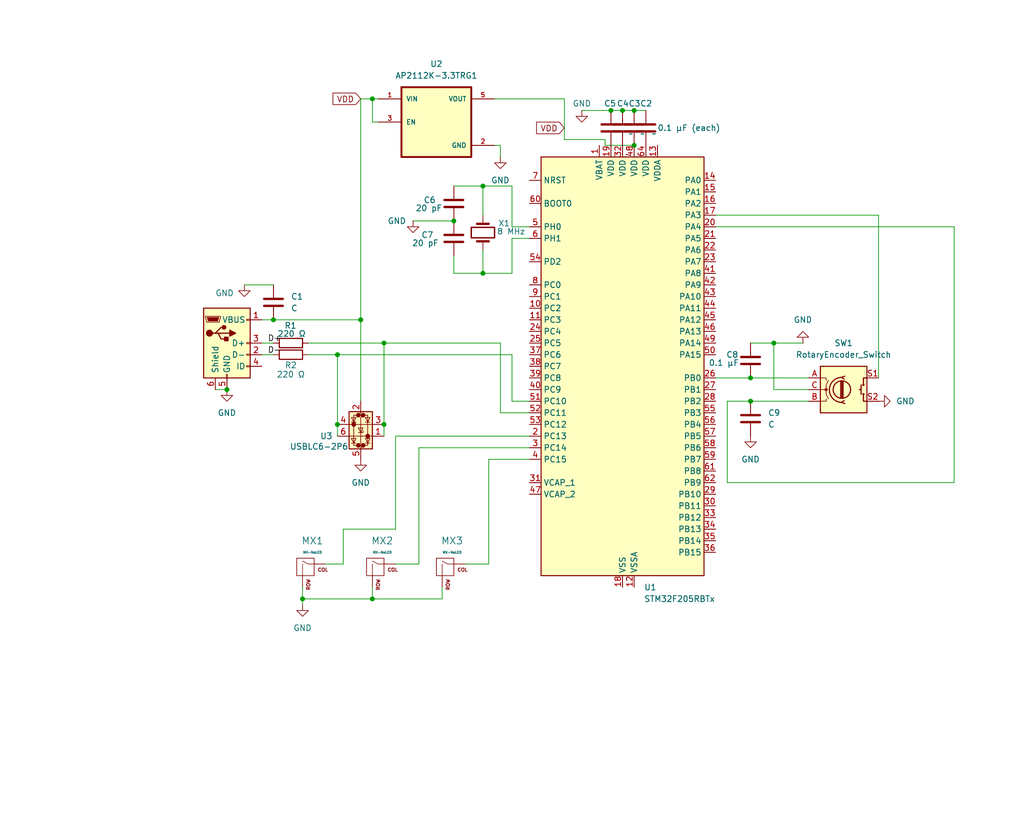
<source format=kicad_sch>
(kicad_sch (version 20250114) (generator "eeschema") (generator_version "9.0")
  (paper "User" 223.52 177.8)
  (title_block (title "3-key Macro Pad w/ Rotary Encoder") (date "2025-12-24") (rev "2"))
  (lib_symbols
    (symbol "AP2112K-3.3TRG1:AP2112K-3.3TRG1" (pin_names (offset 1.016)) (exclude_from_sim yes)
      (property "Reference" "U" (at -7.663 8.6476 0))
      (property "Value" "AP2112K-3.3TRG1" (at -7.6489 -11.6507 0))
      (symbol "AP2112K-3.3TRG1_0_0"
        (rectangle (start -7.62 -7.62) (end 7.62 7.62) (stroke (width 0.41)) (fill (type background)))
        (pin power_in line (at -12.7 5.08 0) (length 5.08) (name "VIN") (number "1"))
        (pin input line (at -12.7 0 0) (length 5.08) (name "EN") (number "3"))
        (pin power_in line (at 12.7 5.08 180) (length 5.08) (name "VOUT") (number "5"))
        (pin power_in line (at 12.7 -5.08 180) (length 5.08) (name "GND") (number "2"))
      )
    )
    (symbol "Connector:USB_B_Micro" (pin_names (offset 1.016))
      (property "Reference" "J" (at -5.08 11.43 0))
      (property "Value" "USB_B_Micro" (at -5.08 8.89 0))
      (symbol "USB_B_Micro_0_1"
        (rectangle (start -5.08 -7.62) (end 5.08 7.62) (stroke (width 0.254)) (fill (type background)))
        (polyline (pts (xy -4.699 5.842) (xy -4.699 5.588) (xy -4.445 4.826) (xy -4.445 4.572) (xy -1.651 4.572) (xy -1.651 4.826) (xy -1.397 5.588) (xy -1.397 5.842) (xy -4.699 5.842)))
        (polyline (pts (xy -4.318 5.588) (xy -1.778 5.588) (xy -2.032 4.826) (xy -4.064 4.826) (xy -4.318 5.588)) (fill (type outline)))
        (circle (center -3.81 2.159) (radius 0.635) (stroke (width 0.254)) (fill (type outline)))
        (polyline (pts (xy -3.175 2.159) (xy -2.54 2.159) (xy -1.27 3.429) (xy -0.635 3.429)) (stroke (width 0.254)))
        (polyline (pts (xy -2.54 2.159) (xy -1.905 2.159) (xy -1.27 0.889) (xy 0 0.889)) (stroke (width 0.254)))
        (polyline (pts (xy -1.905 2.159) (xy 0.635 2.159)) (stroke (width 0.254)))
        (circle (center -0.635 3.429) (radius 0.381) (stroke (width 0.254)) (fill (type outline)))
        (rectangle (start -0.127 -7.62) (end 0.127 -6.858))
        (rectangle (start 0.254 1.27) (end -0.508 0.508) (stroke (width 0.254)) (fill (type outline)))
        (polyline (pts (xy 0.635 2.794) (xy 0.635 1.524) (xy 1.905 2.159) (xy 0.635 2.794)) (stroke (width 0.254)) (fill (type outline)))
        (rectangle (start 5.08 4.953) (end 4.318 5.207))
        (rectangle (start 5.08 -0.127) (end 4.318 0.127))
        (rectangle (start 5.08 -2.667) (end 4.318 -2.413))
        (rectangle (start 5.08 -5.207) (end 4.318 -4.953))
      )
      (symbol "USB_B_Micro_1_1"
        (pin passive line (at -2.54 -10.16 90) (length 2.54) (name "Shield") (number "6"))
        (pin power_out line (at 0 -10.16 90) (length 2.54) (name "GND") (number "5"))
        (pin power_out line (at 7.62 5.08 180) (length 2.54) (name "VBUS") (number "1"))
        (pin bidirectional line (at 7.62 0 180) (length 2.54) (name "D+") (number "3"))
        (pin bidirectional line (at 7.62 -2.54 180) (length 2.54) (name "D-") (number "2"))
        (pin passive line (at 7.62 -5.08 180) (length 2.54) (name "ID") (number "4"))
      )
    )
    (symbol "Device:C" (pin_numbers (hide yes)) (pin_names (offset 0.254))
      (property "Reference" "C" (at 0.635 2.54 0))
      (property "Value" "C" (at 0.635 -2.54 0))
      (symbol "C_0_1"
        (polyline (pts (xy -2.032 0.762) (xy 2.032 0.762)) (stroke (width 0.508)))
        (polyline (pts (xy -2.032 -0.762) (xy 2.032 -0.762)) (stroke (width 0.508)))
      )
      (symbol "C_1_1"
        (pin passive line (at 0 3.81 270) (length 2.794) (name "~") (number "1"))
        (pin passive line (at 0 -3.81 90) (length 2.794) (name "~") (number "2"))
      )
    )
    (symbol "Device:Crystal" (pin_numbers (hide yes)) (pin_names (offset 1.016) (hide yes))
      (property "Reference" "Y" (at 0 3.81 0))
      (property "Value" "Crystal" (at 0 -3.81 0))
      (symbol "Crystal_0_1"
        (polyline (pts (xy -2.54 0) (xy -1.905 0)))
        (polyline (pts (xy -1.905 -1.27) (xy -1.905 1.27)) (stroke (width 0.508)))
        (rectangle (start -1.143 2.54) (end 1.143 -2.54) (stroke (width 0.3048)))
        (polyline (pts (xy 1.905 -1.27) (xy 1.905 1.27)) (stroke (width 0.508)))
        (polyline (pts (xy 2.54 0) (xy 1.905 0)))
      )
      (symbol "Crystal_1_1"
        (pin passive line (at -3.81 0 0) (length 1.27) (name "1") (number "1"))
        (pin passive line (at 3.81 0 180) (length 1.27) (name "2") (number "2"))
      )
    )
    (symbol "Device:R" (pin_numbers (hide yes)) (pin_names (offset 0))
      (property "Reference" "R" (at 2.032 0 90))
      (property "Value" "R" (at 0 0 90))
      (symbol "R_0_1"
        (rectangle (start -1.016 -2.54) (end 1.016 2.54) (stroke (width 0.254)))
      )
      (symbol "R_1_1"
        (pin passive line (at 0 3.81 270) (length 1.27) (name "~") (number "1"))
        (pin passive line (at 0 -3.81 90) (length 1.27) (name "~") (number "2"))
      )
    )
    (symbol "Device:RotaryEncoder_Switch" (pin_names (offset 0.254) (hide yes))
      (property "Reference" "SW" (at 0 6.604 0))
      (property "Value" "RotaryEncoder_Switch" (at 0 -6.604 0))
      (symbol "RotaryEncoder_Switch_0_1"
        (rectangle (start -5.08 5.08) (end 5.08 -5.08) (stroke (width 0.254)) (fill (type background)))
        (polyline (pts (xy -5.08 2.54) (xy -3.81 2.54) (xy -3.81 2.032)))
        (polyline (pts (xy -5.08 0) (xy -3.81 0) (xy -3.81 -1.016) (xy -3.302 -2.032)))
        (polyline (pts (xy -5.08 -2.54) (xy -3.81 -2.54) (xy -3.81 -2.032)))
        (polyline (pts (xy -4.318 0) (xy -3.81 0) (xy -3.81 1.016) (xy -3.302 2.032)))
        (circle (center -3.81 0) (radius 0.254) (fill (type outline)))
        (polyline (pts (xy -0.635 -1.778) (xy -0.635 1.778)) (stroke (width 0.254)))
        (circle (center -0.381 0) (radius 1.905) (stroke (width 0.254)))
        (polyline (pts (xy -0.381 -1.778) (xy -0.381 1.778)) (stroke (width 0.254)))
        (arc (start -0.381 -2.794) (mid -3.0988 -0.0635) (end -0.381 2.667) (stroke (width 0.254)))
        (polyline (pts (xy -0.127 1.778) (xy -0.127 -1.778)) (stroke (width 0.254)))
        (polyline (pts (xy 0.254 2.921) (xy -0.508 2.667) (xy 0.127 2.286)) (stroke (width 0.254)))
        (polyline (pts (xy 0.254 -3.048) (xy -0.508 -2.794) (xy 0.127 -2.413)) (stroke (width 0.254)))
        (polyline (pts (xy 3.81 1.016) (xy 3.81 -1.016)) (stroke (width 0.254)))
        (polyline (pts (xy 3.81 0) (xy 3.429 0)) (stroke (width 0.254)))
        (circle (center 4.318 1.016) (radius 0.127) (stroke (width 0.254)))
        (circle (center 4.318 -1.016) (radius 0.127) (stroke (width 0.254)))
        (polyline (pts (xy 5.08 2.54) (xy 4.318 2.54) (xy 4.318 1.016)) (stroke (width 0.254)))
        (polyline (pts (xy 5.08 -2.54) (xy 4.318 -2.54) (xy 4.318 -1.016)) (stroke (width 0.254)))
      )
      (symbol "RotaryEncoder_Switch_1_1"
        (pin passive line (at -7.62 2.54 0) (length 2.54) (name "A") (number "A"))
        (pin passive line (at -7.62 0 0) (length 2.54) (name "C") (number "C"))
        (pin passive line (at -7.62 -2.54 0) (length 2.54) (name "B") (number "B"))
        (pin passive line (at 7.62 2.54 180) (length 2.54) (name "S1") (number "S1"))
        (pin passive line (at 7.62 -2.54 180) (length 2.54) (name "S2") (number "S2"))
      )
    )
    (symbol "MCU_ST_STM32F2:STM32F205RBTx"
      (property "Reference" "U" (at -17.78 46.99 0))
      (property "Value" "STM32F205RBTx" (at 10.16 46.99 0))
      (symbol "STM32F205RBTx_0_1"
        (rectangle (start -17.78 -45.72) (end 17.78 45.72) (stroke (width 0.254)) (fill (type background)))
      )
      (symbol "STM32F205RBTx_1_1"
        (pin input line (at -20.32 40.64 0) (length 2.54) (name "NRST") (number "7"))
        (pin input line (at -20.32 35.56 0) (length 2.54) (name "BOOT0") (number "60"))
        (pin bidirectional line (at -20.32 30.48 0) (length 2.54) (name "PH0") (number "5"))
        (pin bidirectional line (at -20.32 27.94 0) (length 2.54) (name "PH1") (number "6"))
        (pin bidirectional line (at -20.32 22.86 0) (length 2.54) (name "PD2") (number "54"))
        (pin bidirectional line (at -20.32 17.78 0) (length 2.54) (name "PC0") (number "8"))
        (pin bidirectional line (at -20.32 15.24 0) (length 2.54) (name "PC1") (number "9"))
        (pin bidirectional line (at -20.32 12.7 0) (length 2.54) (name "PC2") (number "10"))
        (pin bidirectional line (at -20.32 10.16 0) (length 2.54) (name "PC3") (number "11"))
        (pin bidirectional line (at -20.32 7.62 0) (length 2.54) (name "PC4") (number "24"))
        (pin bidirectional line (at -20.32 5.08 0) (length 2.54) (name "PC5") (number "25"))
        (pin bidirectional line (at -20.32 2.54 0) (length 2.54) (name "PC6") (number "37"))
        (pin bidirectional line (at -20.32 0 0) (length 2.54) (name "PC7") (number "38"))
        (pin bidirectional line (at -20.32 -2.54 0) (length 2.54) (name "PC8") (number "39"))
        (pin bidirectional line (at -20.32 -5.08 0) (length 2.54) (name "PC9") (number "40"))
        (pin bidirectional line (at -20.32 -7.62 0) (length 2.54) (name "PC10") (number "51"))
        (pin bidirectional line (at -20.32 -10.16 0) (length 2.54) (name "PC11") (number "52"))
        (pin bidirectional line (at -20.32 -12.7 0) (length 2.54) (name "PC12") (number "53"))
        (pin bidirectional line (at -20.32 -15.24 0) (length 2.54) (name "PC13") (number "2"))
        (pin bidirectional line (at -20.32 -17.78 0) (length 2.54) (name "PC14") (number "3"))
        (pin bidirectional line (at -20.32 -20.32 0) (length 2.54) (name "PC15") (number "4"))
        (pin power_out line (at -20.32 -25.4 0) (length 2.54) (name "VCAP_1") (number "31"))
        (pin power_out line (at -20.32 -27.94 0) (length 2.54) (name "VCAP_2") (number "47"))
        (pin power_in line (at -5.08 48.26 270) (length 2.54) (name "VBAT") (number "1"))
        (pin power_in line (at -2.54 48.26 270) (length 2.54) (name "VDD") (number "19"))
        (pin power_in line (at 0 48.26 270) (length 2.54) (name "VDD") (number "32"))
        (pin power_in line (at 0 -48.26 90) (length 2.54) (name "VSS") (number "18"))
        (pin passive line (at 0 -48.26 90) (length 2.54) (hide yes) (name "VSS") (number "63"))
        (pin power_in line (at 2.54 48.26 270) (length 2.54) (name "VDD") (number "48"))
        (pin power_in line (at 2.54 -48.26 90) (length 2.54) (name "VSSA") (number "12"))
        (pin power_in line (at 5.08 48.26 270) (length 2.54) (name "VDD") (number "64"))
        (pin power_in line (at 7.62 48.26 270) (length 2.54) (name "VDDA") (number "13"))
        (pin bidirectional line (at 20.32 40.64 180) (length 2.54) (name "PA0") (number "14"))
        (pin bidirectional line (at 20.32 38.1 180) (length 2.54) (name "PA1") (number "15"))
        (pin bidirectional line (at 20.32 35.56 180) (length 2.54) (name "PA2") (number "16"))
        (pin bidirectional line (at 20.32 33.02 180) (length 2.54) (name "PA3") (number "17"))
        (pin bidirectional line (at 20.32 30.48 180) (length 2.54) (name "PA4") (number "20"))
        (pin bidirectional line (at 20.32 27.94 180) (length 2.54) (name "PA5") (number "21"))
        (pin bidirectional line (at 20.32 25.4 180) (length 2.54) (name "PA6") (number "22"))
        (pin bidirectional line (at 20.32 22.86 180) (length 2.54) (name "PA7") (number "23"))
        (pin bidirectional line (at 20.32 20.32 180) (length 2.54) (name "PA8") (number "41"))
        (pin bidirectional line (at 20.32 17.78 180) (length 2.54) (name "PA9") (number "42"))
        (pin bidirectional line (at 20.32 15.24 180) (length 2.54) (name "PA10") (number "43"))
        (pin bidirectional line (at 20.32 12.7 180) (length 2.54) (name "PA11") (number "44"))
        (pin bidirectional line (at 20.32 10.16 180) (length 2.54) (name "PA12") (number "45"))
        (pin bidirectional line (at 20.32 7.62 180) (length 2.54) (name "PA13") (number "46"))
        (pin bidirectional line (at 20.32 5.08 180) (length 2.54) (name "PA14") (number "49"))
        (pin bidirectional line (at 20.32 2.54 180) (length 2.54) (name "PA15") (number "50"))
        (pin bidirectional line (at 20.32 -2.54 180) (length 2.54) (name "PB0") (number "26"))
        (pin bidirectional line (at 20.32 -5.08 180) (length 2.54) (name "PB1") (number "27"))
        (pin bidirectional line (at 20.32 -7.62 180) (length 2.54) (name "PB2") (number "28"))
        (pin bidirectional line (at 20.32 -10.16 180) (length 2.54) (name "PB3") (number "55"))
        (pin bidirectional line (at 20.32 -12.7 180) (length 2.54) (name "PB4") (number "56"))
        (pin bidirectional line (at 20.32 -15.24 180) (length 2.54) (name "PB5") (number "57"))
        (pin bidirectional line (at 20.32 -17.78 180) (length 2.54) (name "PB6") (number "58"))
        (pin bidirectional line (at 20.32 -20.32 180) (length 2.54) (name "PB7") (number "59"))
        (pin bidirectional line (at 20.32 -22.86 180) (length 2.54) (name "PB8") (number "61"))
        (pin bidirectional line (at 20.32 -25.4 180) (length 2.54) (name "PB9") (number "62"))
        (pin bidirectional line (at 20.32 -27.94 180) (length 2.54) (name "PB10") (number "29"))
        (pin bidirectional line (at 20.32 -30.48 180) (length 2.54) (name "PB11") (number "30"))
        (pin bidirectional line (at 20.32 -33.02 180) (length 2.54) (name "PB12") (number "33"))
        (pin bidirectional line (at 20.32 -35.56 180) (length 2.54) (name "PB13") (number "34"))
        (pin bidirectional line (at 20.32 -38.1 180) (length 2.54) (name "PB14") (number "35"))
        (pin bidirectional line (at 20.32 -40.64 180) (length 2.54) (name "PB15") (number "36"))
      )
    )
    (symbol "MX_Alps_Hybrid:MX-NoLED" (pin_names (offset 1.016))
      (property "Reference" "MX" (at -0.635 3.81 0))
      (property "Value" "MX-NoLED" (at -0.635 1.27 0))
      (symbol "MX-NoLED_0_0"
        (rectangle (start -2.54 2.54) (end 1.27 -1.27))
        (polyline (pts (xy -1.27 -1.27) (xy -1.27 1.27)) (stroke (width 0.127)))
        (polyline (pts (xy 1.27 1.27) (xy 0 1.27) (xy -1.27 1.905)) (stroke (width 0.127)))
        (text "ROW" (at 0 -1.905 900) (effects (font (size 0.762 0.762)) (justify right)))
        (text "COL" (at 3.175 0 0) (effects (font (size 0.762 0.762))))
      )
      (symbol "MX-NoLED_1_1"
        (pin passive line (at -1.27 -3.81 90) (length 2.54) (name "ROW") (number "2"))
        (pin passive line (at 3.81 1.27 180) (length 2.54) (name "COL") (number "1"))
      )
    )
    (symbol "Power_Protection:USBLC6-2P6" (pin_names (hide yes))
      (property "Reference" "U" (at 0.635 5.715 0))
      (property "Value" "USBLC6-2P6" (at 0.635 3.81 0))
      (symbol "USBLC6-2P6_0_0"
        (circle (center -1.524 0) (radius 0.0001) (stroke (width 0.508)))
        (circle (center -0.508 2.032) (radius 0.0001) (stroke (width 0.508)))
        (circle (center -0.508 -4.572) (radius 0.0001) (stroke (width 0.508)))
        (circle (center 0.508 2.032) (radius 0.0001) (stroke (width 0.508)))
        (circle (center 0.508 -4.572) (radius 0.0001) (stroke (width 0.508)))
        (circle (center 1.524 -2.54) (radius 0.0001) (stroke (width 0.508)))
      )
      (symbol "USBLC6-2P6_0_1"
        (polyline (pts (xy -2.54 0) (xy 2.54 0)))
        (polyline (pts (xy -2.54 -2.54) (xy 2.54 -2.54)))
        (polyline (pts (xy -2.032 0.508) (xy -1.016 0.508) (xy -1.524 1.524) (xy -2.032 0.508)))
        (polyline (pts (xy -2.032 -3.048) (xy -1.016 -3.048)))
        (polyline (pts (xy -1.016 1.524) (xy -2.032 1.524)))
        (polyline (pts (xy -1.016 -4.064) (xy -2.032 -4.064) (xy -1.524 -3.048) (xy -1.016 -4.064)))
        (polyline (pts (xy -0.508 -1.143) (xy -0.508 -0.762) (xy 0.508 -0.762)))
        (polyline (pts (xy 0 2.54) (xy -0.508 2.032) (xy 0.508 2.032) (xy 0 1.524) (xy 0 -4.064) (xy -0.508 -4.572) (xy 0.508 -4.572) (xy 0 -5.08)))
        (polyline (pts (xy 0.508 -1.778) (xy -0.508 -1.778) (xy 0 -0.762) (xy 0.508 -1.778)))
        (polyline (pts (xy 1.016 1.524) (xy 2.032 1.524)))
        (polyline (pts (xy 1.016 -3.048) (xy 2.032 -3.048)))
        (polyline (pts (xy 2.032 0.508) (xy 1.016 0.508) (xy 1.524 1.524) (xy 2.032 0.508)))
        (polyline (pts (xy 2.032 -4.064) (xy 1.016 -4.064) (xy 1.524 -3.048) (xy 2.032 -4.064)))
      )
      (symbol "USBLC6-2P6_1_1"
        (rectangle (start -2.54 2.794) (end 2.54 -5.334) (stroke (width 0.254)) (fill (type background)))
        (polyline (pts (xy -0.508 2.032) (xy -1.524 2.032) (xy -1.524 -4.572) (xy -0.508 -4.572)))
        (polyline (pts (xy 0.508 -4.572) (xy 1.524 -4.572) (xy 1.524 2.032) (xy 0.508 2.032)))
        (pin passive line (at -5.08 0 0) (length 2.54) (name "I/O1") (number "1"))
        (pin passive line (at -5.08 -2.54 0) (length 2.54) (name "I/O2") (number "3"))
        (pin passive line (at 0 5.08 270) (length 2.54) (name "VBUS") (number "5"))
        (pin passive line (at 0 -7.62 90) (length 2.54) (name "GND") (number "2"))
        (pin passive line (at 5.08 0 180) (length 2.54) (name "I/O1") (number "6"))
        (pin passive line (at 5.08 -2.54 180) (length 2.54) (name "I/O2") (number "4"))
      )
    )
    (symbol "power:GND" (power) (pin_numbers (hide yes)) (pin_names (offset 0) (hide yes))
      (property "Value" "GND" (at 0 -3.81 0))
      (symbol "GND_0_1"
        (polyline (pts (xy 0 0) (xy 0 -1.27) (xy 1.27 -1.27) (xy 0 -2.54) (xy -1.27 -1.27) (xy 0 -1.27)))
      )
      (symbol "GND_1_1"
        (pin power_in line (at 0 0 270) (length 0) (name "~") (number "1"))
      )
    )
  )
  (junction (at 81.28 130.81))
  (junction (at 168.91 74.93))
  (junction (at 73.66 77.47))
  (junction (at 138.43 24.13))
  (junction (at 135.89 24.13))
  (junction (at 81.28 21.59))
  (junction (at 66.04 130.81))
  (junction (at 83.82 92.71))
  (junction (at 59.69 69.85))
  (junction (at 99.06 48.26))
  (junction (at 78.74 69.85))
  (junction (at 163.83 82.55))
  (junction (at 138.43 31.75))
  (junction (at 133.35 24.13))
  (junction (at 49.53 85.09))
  (junction (at 73.66 92.71))
  (junction (at 105.41 40.64))
  (junction (at 83.82 74.93))
  (junction (at 105.41 59.69))
  (junction (at 163.83 87.63))
  (wire (pts (xy 168.91 74.93) (xy 168.91 85.09)))
  (wire (pts (xy 105.41 54.61) (xy 105.41 59.69)))
  (wire (pts (xy 91.44 97.79) (xy 91.44 123.19)))
  (wire (pts (xy 105.41 40.64) (xy 105.41 46.99)))
  (wire (pts (xy 81.28 26.67) (xy 81.28 21.59)))
  (wire (pts (xy 81.28 26.67) (xy 82.55 26.67)))
  (wire (pts (xy 123.19 21.59) (xy 123.19 30.48)))
  (wire (pts (xy 132.08 31.75) (xy 132.08 30.48)))
  (wire (pts (xy 67.31 77.47) (xy 73.66 77.47)))
  (wire (pts (xy 91.44 123.19) (xy 86.36 123.19)))
  (wire (pts (xy 86.36 115.57) (xy 74.93 115.57)))
  (wire (pts (xy 66.04 128.27) (xy 66.04 130.81)))
  (wire (pts (xy 74.93 123.19) (xy 71.12 123.19)))
  (wire (pts (xy 83.82 95.25) (xy 83.82 92.71)))
  (wire (pts (xy 138.43 24.13) (xy 140.97 24.13)))
  (wire (pts (xy 96.52 130.81) (xy 81.28 130.81)))
  (wire (pts (xy 191.77 82.55) (xy 191.77 46.99)))
  (wire (pts (xy 156.21 82.55) (xy 163.83 82.55)))
  (wire (pts (xy 111.76 87.63) (xy 115.57 87.63)))
  (wire (pts (xy 115.57 95.25) (xy 86.36 95.25)))
  (wire (pts (xy 78.74 69.85) (xy 78.74 87.63)))
  (wire (pts (xy 158.75 87.63) (xy 158.75 105.41)))
  (wire (pts (xy 67.31 74.93) (xy 83.82 74.93)))
  (wire (pts (xy 111.76 59.69) (xy 105.41 59.69)))
  (wire (pts (xy 111.76 49.53) (xy 111.76 40.64)))
  (wire (pts (xy 106.68 100.33) (xy 106.68 123.19)))
  (wire (pts (xy 109.22 74.93) (xy 109.22 90.17)))
  (wire (pts (xy 115.57 52.07) (xy 111.76 52.07)))
  (wire (pts (xy 73.66 77.47) (xy 111.76 77.47)))
  (wire (pts (xy 90.17 48.26) (xy 99.06 48.26)))
  (wire (pts (xy 156.21 46.99) (xy 191.77 46.99)))
  (wire (pts (xy 158.75 105.41) (xy 208.28 105.41)))
  (wire (pts (xy 81.28 21.59) (xy 82.55 21.59)))
  (wire (pts (xy 109.22 90.17) (xy 115.57 90.17)))
  (wire (pts (xy 109.22 31.75) (xy 109.22 34.29)))
  (wire (pts (xy 66.04 130.81) (xy 81.28 130.81)))
  (wire (pts (xy 107.95 31.75) (xy 109.22 31.75)))
  (wire (pts (xy 73.66 95.25) (xy 73.66 92.71)))
  (wire (pts (xy 132.08 31.75) (xy 138.43 31.75)))
  (wire (pts (xy 53.34 62.23) (xy 59.69 62.23)))
  (wire (pts (xy 163.83 74.93) (xy 168.91 74.93)))
  (wire (pts (xy 111.76 52.07) (xy 111.76 59.69)))
  (wire (pts (xy 123.19 30.48) (xy 132.08 30.48)))
  (wire (pts (xy 83.82 74.93) (xy 109.22 74.93)))
  (wire (pts (xy 66.04 130.81) (xy 66.04 132.08)))
  (wire (pts (xy 107.95 21.59) (xy 123.19 21.59)))
  (wire (pts (xy 86.36 95.25) (xy 86.36 115.57)))
  (wire (pts (xy 73.66 92.71) (xy 73.66 77.47)))
  (wire (pts (xy 83.82 92.71) (xy 83.82 74.93)))
  (wire (pts (xy 163.83 87.63) (xy 176.53 87.63)))
  (wire (pts (xy 57.15 69.85) (xy 59.69 69.85)))
  (wire (pts (xy 57.15 74.93) (xy 59.69 74.93)))
  (wire (pts (xy 81.28 128.27) (xy 81.28 130.81)))
  (wire (pts (xy 127 24.13) (xy 133.35 24.13)))
  (wire (pts (xy 208.28 105.41) (xy 208.28 49.53)))
  (wire (pts (xy 96.52 128.27) (xy 96.52 130.81)))
  (wire (pts (xy 115.57 100.33) (xy 106.68 100.33)))
  (wire (pts (xy 111.76 77.47) (xy 111.76 87.63)))
  (wire (pts (xy 59.69 69.85) (xy 78.74 69.85)))
  (wire (pts (xy 78.74 21.59) (xy 81.28 21.59)))
  (wire (pts (xy 46.99 85.09) (xy 49.53 85.09)))
  (wire (pts (xy 115.57 49.53) (xy 111.76 49.53)))
  (wire (pts (xy 133.35 24.13) (xy 135.89 24.13)))
  (wire (pts (xy 168.91 74.93) (xy 175.26 74.93)))
  (wire (pts (xy 208.28 49.53) (xy 156.21 49.53)))
  (wire (pts (xy 168.91 85.09) (xy 176.53 85.09)))
  (wire (pts (xy 105.41 40.64) (xy 111.76 40.64)))
  (wire (pts (xy 57.15 77.47) (xy 59.69 77.47)))
  (wire (pts (xy 163.83 87.63) (xy 158.75 87.63)))
  (wire (pts (xy 135.89 24.13) (xy 138.43 24.13)))
  (wire (pts (xy 99.06 59.69) (xy 99.06 55.88)))
  (wire (pts (xy 74.93 115.57) (xy 74.93 123.19)))
  (wire (pts (xy 78.74 21.59) (xy 78.74 69.85)))
  (wire (pts (xy 99.06 40.64) (xy 105.41 40.64)))
  (wire (pts (xy 115.57 97.79) (xy 91.44 97.79)))
  (wire (pts (xy 163.83 82.55) (xy 176.53 82.55)))
  (wire (pts (xy 106.68 123.19) (xy 101.6 123.19)))
  (wire (pts (xy 105.41 59.69) (xy 99.06 59.69)))
  (label "D-" (at 58.42 77.47 0))
  (label "D+" (at 58.42 74.93 0))
  (global_label "VDD" (shape input) (at 78.74 21.59 180) (property "Intersheetrefs" "${INTERSHEET_REFS}" (effects (hide yes))))
  (global_label "VDD" (shape input) (at 123.19 27.94 180) (property "Intersheetrefs" "${INTERSHEET_REFS}" (effects (hide yes))))
  (symbol (lib_id "MCU_ST_STM32F2:STM32F205RBTx") (at 135.89 80.01 0) (unit 1)
    (property "Reference" "U1" (at 140.5733 128.27 0) (effects (justify left)))
    (property "Value" "STM32F205RBTx" (at 140.5733 130.81 0) (effects (justify left)))
    (property "Footprint" "Package_QFP:LQFP-64_10x10mm_P0.5mm" (effects (hide yes)))
    (property "Datasheet" "https://www.st.com/resource/en/datasheet/stm32f205rb.pdf" (effects (hide yes)))
    (property "Description" "STMicroelectronics Arm Cortex-M3 MCU, 128KB flash, 64KB RAM, 120 MHz, 1.8-3.6V, 51 GPIO, LQFP64" (effects (hide yes)))
  )
  (symbol (lib_id "power:GND") (at 90.17 48.26 0) (unit 1)
    (property "Reference" "#PWR03" (effects (hide yes)))
    (property "Value" "GND" (at 84.582 48.26 0) (effects (justify left)))
    (property "Description" "Power symbol creates a global label with name \"GND\" , ground" (effects (hide yes)))
  )
  (symbol (lib_id "Device:C") (at 138.43 27.94 0) (unit 1)
    (property "Reference" "C3" (at 137.16 22.606 0) (effects (justify left)))
    (property "Value" "~" (at 142.24 29.2099 0) (effects (justify left)))
    (property "Footprint" "Capacitor_SMD:C_0201_0603Metric" (effects (hide yes)))
    (property "Description" "Unpolarized capacitor" (effects (hide yes)))
  )
  (symbol (lib_id "Device:C") (at 135.89 27.94 0) (unit 1)
    (property "Reference" "C4" (at 134.62 22.606 0) (effects (justify left)))
    (property "Value" "~" (at 139.7 29.2099 0) (effects (justify left)))
    (property "Footprint" "Capacitor_SMD:C_0201_0603Metric" (effects (hide yes)))
    (property "Description" "Unpolarized capacitor" (effects (hide yes)))
  )
  (symbol (lib_id "Device:R") (at 63.5 74.93 90) (unit 1)
    (property "Reference" "R1" (at 64.77 71.12 90) (effects (justify left)))
    (property "Value" "220 Ω" (at 66.802 72.898 90) (effects (justify left)))
    (property "Footprint" "Resistor_SMD:R_0201_0603Metric" (effects (hide yes)))
    (property "Description" "Resistor" (effects (hide yes)))
  )
  (symbol (lib_id "power:GND") (at 66.04 132.08 0) (unit 1)
    (property "Reference" "#PWR05" (effects (hide yes)))
    (property "Value" "GND" (at 66.04 137.16 0))
    (property "Description" "Power symbol creates a global label with name \"GND\" , ground" (effects (hide yes)))
  )
  (symbol (lib_id "MX_Alps_Hybrid:MX-NoLED") (at 82.55 124.46 0) (unit 1)
    (property "Reference" "MX2" (at 83.4452 118.11 0) (effects (font (size 1.524 1.524))))
    (property "Value" "MX-NoLED" (at 83.4452 120.65 0) (effects (font (size 0.508 0.508))))
    (property "Footprint" "Button_Switch_Keyboard:SW_Cherry_MX_1.75u_Plate" (effects (hide yes)))
  )
  (symbol (lib_id "Device:C") (at 99.06 44.45 0) (unit 1)
    (property "Reference" "C6" (at 92.456 43.688 0) (effects (justify left)))
    (property "Value" "20 pF" (at 90.678 45.466 0) (effects (justify left)))
    (property "Footprint" "Capacitor_SMD:C_0201_0603Metric" (effects (hide yes)))
    (property "Description" "Unpolarized capacitor" (effects (hide yes)))
  )
  (symbol (lib_id "Device:C") (at 140.97 27.94 0) (unit 1)
    (property "Reference" "C2" (at 139.7 22.606 0) (effects (justify left)))
    (property "Value" "0.1 µF (each)" (at 143.51 27.94 0) (effects (justify left)))
    (property "Footprint" "Capacitor_SMD:C_0201_0603Metric" (effects (hide yes)))
    (property "Description" "Unpolarized capacitor" (effects (hide yes)))
  )
  (symbol (lib_id "power:GND") (at 49.53 85.09 0) (unit 1)
    (property "Reference" "#PWR07" (effects (hide yes)))
    (property "Value" "GND" (at 49.53 90.17 0))
    (property "Description" "Power symbol creates a global label with name \"GND\" , ground" (effects (hide yes)))
  )
  (symbol (lib_id "Device:C") (at 163.83 78.74 0) (unit 1)
    (property "Reference" "C8" (at 158.496 77.47 0) (effects (justify left)))
    (property "Value" "0.1 µF" (at 154.686 79.248 0) (effects (justify left)))
    (property "Footprint" "Capacitor_SMD:C_0201_0603Metric" (effects (hide yes)))
    (property "Description" "Unpolarized capacitor" (effects (hide yes)))
  )
  (symbol (lib_id "Power_Protection:USBLC6-2P6") (at 78.74 95.25 180) (unit 1)
    (property "Reference" "U3" (at 69.85 95.25 0) (effects (justify right)))
    (property "Value" "USBLC6-2P6" (at 63.246 97.536 0) (effects (justify right)))
    (property "Footprint" "Package_TO_SOT_SMD:SOT-666" (effects (hide yes)))
    (property "Datasheet" "https://www.st.com/resource/en/datasheet/usblc6-2.pdf" (effects (hide yes)))
    (property "Description" "Very low capacitance ESD protection diode, 2 data-line, SOT-666" (effects (hide yes)))
  )
  (symbol (lib_id "Device:C") (at 99.06 52.07 0) (unit 1)
    (property "Reference" "C7" (at 91.948 51.308 0) (effects (justify left)))
    (property "Value" "20 pF" (at 89.916 53.086 0) (effects (justify left)))
    (property "Footprint" "Capacitor_SMD:C_0201_0603Metric" (effects (hide yes)))
    (property "Description" "Unpolarized capacitor" (effects (hide yes)))
  )
  (symbol (lib_id "power:GND") (at 175.26 74.93 180) (unit 1)
    (property "Reference" "#PWR08" (effects (hide yes)))
    (property "Value" "GND" (at 175.26 69.85 0))
    (property "Description" "Power symbol creates a global label with name \"GND\" , ground" (effects (hide yes)))
  )
  (symbol (lib_id "AP2112K-3.3TRG1:AP2112K-3.3TRG1") (at 95.25 26.67 0) (unit 1) (exclude_from_sim yes)
    (property "Reference" "U2" (at 95.25 13.97 0))
    (property "Value" "AP2112K-3.3TRG1" (at 95.25 16.51 0))
    (property "Footprint" "AP2112K-3.3TRG1:SOT95P285X140-5N" (effects (hide yes)))
  )
  (symbol (lib_id "Device:Crystal") (at 105.41 50.8 90) (unit 1)
    (property "Reference" "X1" (at 108.712 48.768 90) (effects (justify right)))
    (property "Value" "8 MHz" (at 108.458 50.546 90) (effects (justify right)))
    (property "Footprint" "Crystal:Crystal_DS10_D1.0mm_L4.3mm_Vertical" (effects (hide yes)))
    (property "Description" "Two pin crystal" (effects (hide yes)))
  )
  (symbol (lib_id "power:GND") (at 109.22 34.29 0) (unit 1)
    (property "Reference" "#PWR04" (effects (hide yes)))
    (property "Value" "GND" (at 109.22 39.37 0))
    (property "Description" "Power symbol creates a global label with name \"GND\" , ground" (effects (hide yes)))
  )
  (symbol (lib_id "Device:C") (at 133.35 27.94 0) (unit 1)
    (property "Reference" "C5" (at 131.826 22.606 0) (effects (justify left)))
    (property "Value" "~" (at 137.16 29.2099 0) (effects (justify left)))
    (property "Footprint" "Capacitor_SMD:C_0201_0603Metric" (effects (hide yes)))
    (property "Description" "Unpolarized capacitor" (effects (hide yes)))
  )
  (symbol (lib_id "power:GND") (at 163.83 95.25 0) (unit 1)
    (property "Reference" "#PWR09" (effects (hide yes)))
    (property "Value" "GND" (at 163.83 100.33 0))
    (property "Description" "Power symbol creates a global label with name \"GND\" , ground" (effects (hide yes)))
  )
  (symbol (lib_id "MX_Alps_Hybrid:MX-NoLED") (at 97.79 124.46 0) (unit 1)
    (property "Reference" "MX3" (at 98.6852 118.11 0) (effects (font (size 1.524 1.524))))
    (property "Value" "MX-NoLED" (at 98.6852 120.65 0) (effects (font (size 0.508 0.508))))
    (property "Footprint" "Button_Switch_Keyboard:SW_Cherry_MX_1.75u_Plate" (effects (hide yes)))
  )
  (symbol (lib_id "Device:RotaryEncoder_Switch") (at 184.15 85.09 0) (unit 1)
    (property "Reference" "SW1" (at 184.15 74.93 0))
    (property "Value" "RotaryEncoder_Switch" (at 184.15 77.47 0))
    (property "Footprint" "RotaryEncoder:RotaryEncoder_Alps_EC11E-Switch_Vertical_H20mm" (effects (hide yes)))
    (property "Description" "Rotary encoder, dual channel, incremental quadrate outputs, with switch" (effects (hide yes)))
  )
  (symbol (lib_id "power:GND") (at 127 24.13 0) (unit 1)
    (property "Reference" "#PWR01" (effects (hide yes)))
    (property "Value" "GND" (at 124.968 22.606 0) (effects (justify left)))
    (property "Description" "Power symbol creates a global label with name \"GND\" , ground" (effects (hide yes)))
  )
  (symbol (lib_id "MX_Alps_Hybrid:MX-NoLED") (at 67.31 124.46 0) (unit 1)
    (property "Reference" "MX1" (at 68.2052 118.11 0) (effects (font (size 1.524 1.524))))
    (property "Value" "MX-NoLED" (at 68.2052 120.65 0) (effects (font (size 0.508 0.508))))
    (property "Footprint" "Button_Switch_Keyboard:SW_Cherry_MX_1.75u_Plate" (effects (hide yes)))
  )
  (symbol (lib_id "power:GND") (at 53.34 62.23 0) (unit 1)
    (property "Reference" "#PWR02" (effects (hide yes)))
    (property "Value" "GND" (at 49.022 64.008 0))
    (property "Description" "Power symbol creates a global label with name \"GND\" , ground" (effects (hide yes)))
  )
  (symbol (lib_id "power:GND") (at 78.74 100.33 0) (unit 1)
    (property "Reference" "#PWR06" (effects (hide yes)))
    (property "Value" "GND" (at 78.74 105.41 0))
    (property "Description" "Power symbol creates a global label with name \"GND\" , ground" (effects (hide yes)))
  )
  (symbol (lib_id "Device:C") (at 59.69 66.04 0) (unit 1)
    (property "Reference" "C1" (at 63.5 64.7699 0) (effects (justify left)))
    (property "Value" "C" (at 63.5 67.3099 0) (effects (justify left)))
    (property "Footprint" "Capacitor_SMD:C_0201_0603Metric" (effects (hide yes)))
    (property "Description" "Unpolarized capacitor" (effects (hide yes)))
  )
  (symbol (lib_id "Device:R") (at 63.5 77.47 90) (unit 1)
    (property "Reference" "R2" (at 63.5 79.756 90))
    (property "Value" "220 Ω" (at 63.5 81.788 90))
    (property "Footprint" "Resistor_SMD:R_0201_0603Metric" (effects (hide yes)))
    (property "Description" "Resistor" (effects (hide yes)))
  )
  (symbol (lib_id "power:GND") (at 191.77 87.63 90) (unit 1)
    (property "Reference" "#PWR010" (effects (hide yes)))
    (property "Value" "GND" (at 195.58 87.6299 90) (effects (justify right)))
    (property "Description" "Power symbol creates a global label with name \"GND\" , ground" (effects (hide yes)))
  )
  (symbol (lib_id "Connector:USB_B_Micro") (at 49.53 74.93 0) (unit 1)
    (property "Reference" "J1" (effects (hide yes)))
    (property "Value" "USB_B_Micro" (effects (hide yes)))
    (property "Footprint" "Connector_USB:USB_Micro-B_Amphenol_10103594-0001LF_Horizontal" (effects (hide yes)))
    (property "Description" "USB Micro Type B connector" (effects (hide yes)))
  )
  (symbol (lib_id "Device:C") (at 163.83 91.44 0) (unit 1)
    (property "Reference" "C9" (at 167.64 90.1699 0) (effects (justify left)))
    (property "Value" "C" (at 167.64 92.7099 0) (effects (justify left)))
    (property "Footprint" "Capacitor_SMD:C_0201_0603Metric" (effects (hide yes)))
    (property "Description" "Unpolarized capacitor" (effects (hide yes)))
  )
)
</source>
